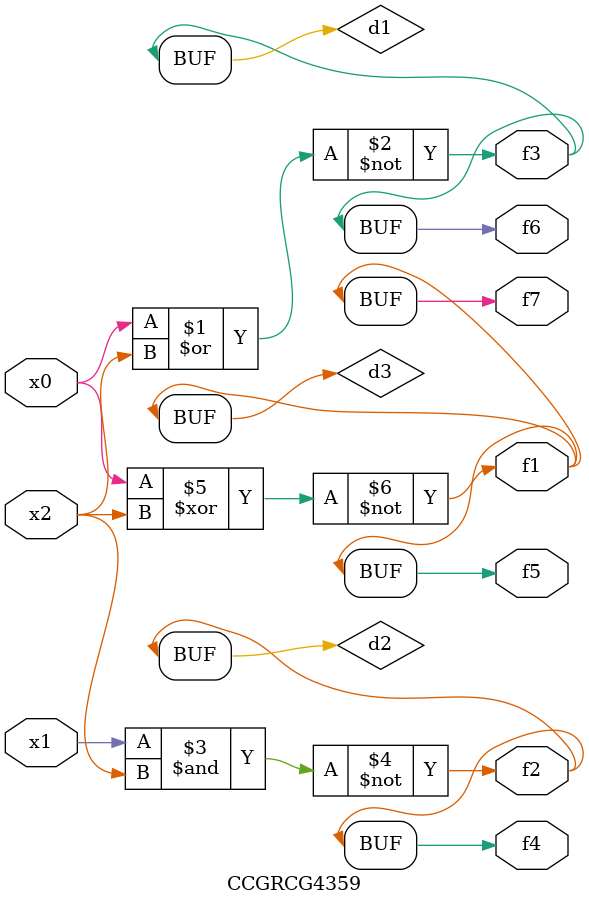
<source format=v>
module CCGRCG4359(
	input x0, x1, x2,
	output f1, f2, f3, f4, f5, f6, f7
);

	wire d1, d2, d3;

	nor (d1, x0, x2);
	nand (d2, x1, x2);
	xnor (d3, x0, x2);
	assign f1 = d3;
	assign f2 = d2;
	assign f3 = d1;
	assign f4 = d2;
	assign f5 = d3;
	assign f6 = d1;
	assign f7 = d3;
endmodule

</source>
